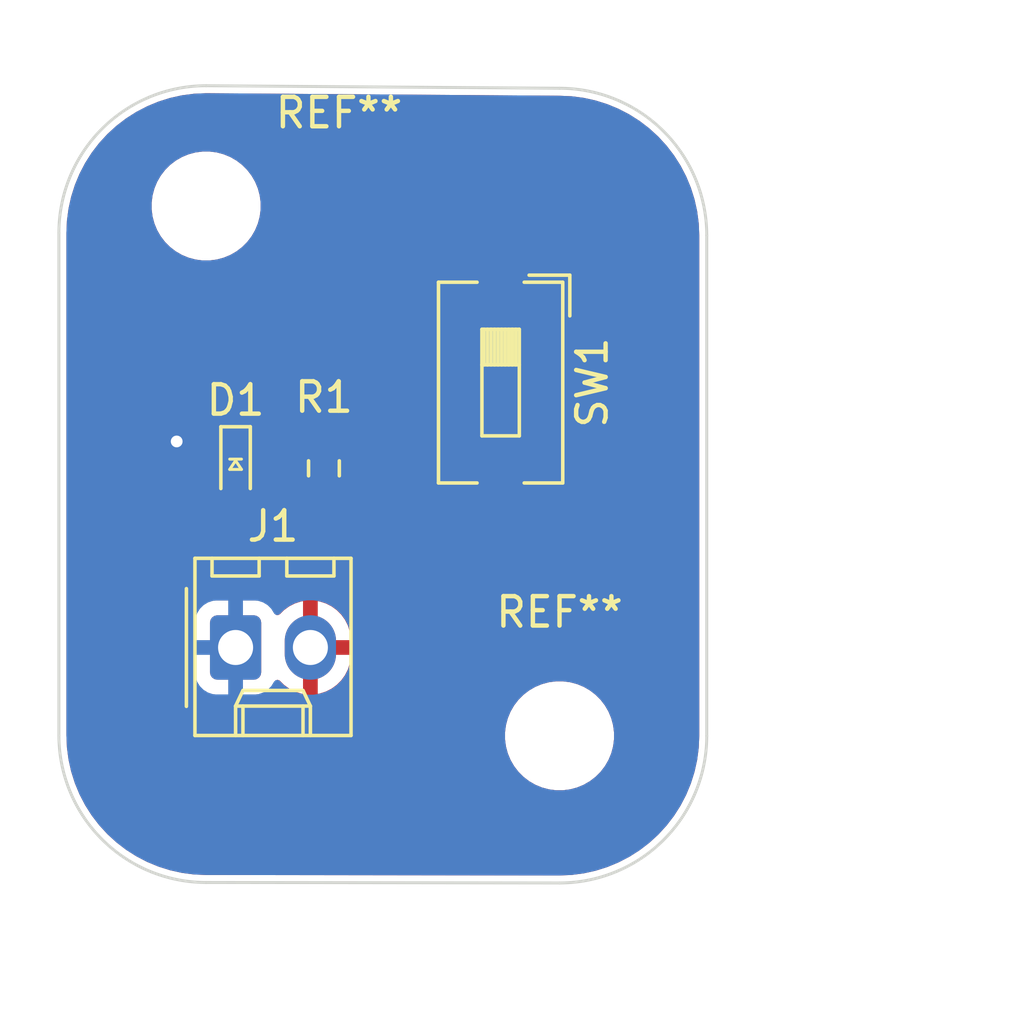
<source format=kicad_pcb>
(kicad_pcb (version 20240108) (generator "pcbnew") (generator_version "8.0")
  (title_block (title "Project 1") (date "2025-09-14") (rev "0.0") (company "Illini Solar Car") (comment 1 "Designed By: Edide Tang"))
  (layers (0 "F.Cu" signal) (31 "B.Cu" signal) (34 "B.Paste" user) (35 "F.Paste" user) (36 "B.SilkS" user "B.Silkscreen") (37 "F.SilkS" user "F.Silkscreen") (38 "B.Mask" user) (39 "F.Mask" user) (44 "Edge.Cuts" user))
  (net 0 "")
  (net 1 "GND")
  (net 2 "Net-(D1-A)")
  (net 3 "+3V3")
  (net 4 "Net-(R1-Pad1)")
  (footprint "Connector_Molex:Molex_KK-254_AE-6410-02A_1x02_P2.54mm_Vertical" (layer "F.Cu") (at 135 116)
    (property "Reference" "J1" (at 1.27 -4.12 360) (layer "F.SilkS"))
    (property "Value" "Conn_01x02" (hide yes))
    (fp_line (start -1.67 -2) (end -1.67 2) (stroke (width 0.12)) (layer "F.SilkS"))
    (fp_line (start -1.38 -3.03) (end -1.38 2.99) (stroke (width 0.12)) (layer "F.SilkS"))
    (fp_line (start -1.38 2.99) (end 3.92 2.99) (stroke (width 0.12)) (layer "F.SilkS"))
    (fp_line (start -0.8 -3.03) (end -0.8 -2.43) (stroke (width 0.12)) (layer "F.SilkS"))
    (fp_line (start -0.8 -2.43) (end 0.8 -2.43) (stroke (width 0.12)) (layer "F.SilkS"))
    (fp_line (start 0 1.99) (end 0.25 1.46) (stroke (width 0.12)) (layer "F.SilkS"))
    (fp_line (start 0 1.99) (end 2.54 1.99) (stroke (width 0.12)) (layer "F.SilkS"))
    (fp_line (start 0 2.99) (end 0 1.99) (stroke (width 0.12)) (layer "F.SilkS"))
    (fp_line (start 0.25 1.46) (end 2.29 1.46) (stroke (width 0.12)) (layer "F.SilkS"))
    (fp_line (start 0.25 2.99) (end 0.25 1.99) (stroke (width 0.12)) (layer "F.SilkS"))
    (fp_line (start 0.8 -2.43) (end 0.8 -3.03) (stroke (width 0.12)) (layer "F.SilkS"))
    (fp_line (start 1.74 -3.03) (end 1.74 -2.43) (stroke (width 0.12)) (layer "F.SilkS"))
    (fp_line (start 1.74 -2.43) (end 3.34 -2.43) (stroke (width 0.12)) (layer "F.SilkS"))
    (fp_line (start 2.29 1.46) (end 2.54 1.99) (stroke (width 0.12)) (layer "F.SilkS"))
    (fp_line (start 2.29 2.99) (end 2.29 1.99) (stroke (width 0.12)) (layer "F.SilkS"))
    (fp_line (start 2.54 1.99) (end 2.54 2.99) (stroke (width 0.12)) (layer "F.SilkS"))
    (fp_line (start 3.34 -2.43) (end 3.34 -3.03) (stroke (width 0.12)) (layer "F.SilkS"))
    (fp_line (start 3.92 -3.03) (end -1.38 -3.03) (stroke (width 0.12)) (layer "F.SilkS"))
    (fp_line (start 3.92 2.99) (end 3.92 -3.03) (stroke (width 0.12)) (layer "F.SilkS"))
    (pad "1" thru_hole roundrect (at 0 0) (size 1.74 2.19) (drill 1.19) (layers "*.Cu" "*.Mask") (roundrect_rratio 0.143678) (net 1 "GND"))
    (pad "2" thru_hole oval (at 2.54 0) (size 1.74 2.19) (drill 1.19) (layers "*.Cu" "*.Mask") (net 3 "+3V3"))
  )
  (footprint "Button_Switch_SMD:SW_DIP_SPSTx01_Slide_6.7x4.1mm_W8.61mm_P2.54mm_LowProfile" (layer "F.Cu") (at 144 107 -90)
    (property "Reference" "SW1" (at 0 -3.11 90) (layer "F.SilkS"))
    (property "Value" "SW_Push" (hide yes))
    (fp_line (start -3.41 2.11) (end 3.41 2.11) (stroke (width 0.12)) (layer "F.SilkS"))
    (fp_line (start -3.41 0.8) (end -3.41 2.11) (stroke (width 0.12)) (layer "F.SilkS"))
    (fp_line (start 3.41 0.8) (end 3.41 2.11) (stroke (width 0.12)) (layer "F.SilkS"))
    (fp_line (start -1.81 0.635) (end 1.81 0.635) (stroke (width 0.12)) (layer "F.SilkS"))
    (fp_line (start 1.81 0.635) (end 1.81 -0.635) (stroke (width 0.12)) (layer "F.SilkS"))
    (fp_line (start -1.81 0.565) (end -0.603333 0.565) (stroke (width 0.12)) (layer "F.SilkS"))
    (fp_line (start -1.81 0.445) (end -0.603333 0.445) (stroke (width 0.12)) (layer "F.SilkS"))
    (fp_line (start -1.81 0.325) (end -0.603333 0.325) (stroke (width 0.12)) (layer "F.SilkS"))
    (fp_line (start -1.81 0.205) (end -0.603333 0.205) (stroke (width 0.12)) (layer "F.SilkS"))
    (fp_line (start -1.81 0.085) (end -0.603333 0.085) (stroke (width 0.12)) (layer "F.SilkS"))
    (fp_line (start -1.81 -0.035) (end -0.603333 -0.035) (stroke (width 0.12)) (layer "F.SilkS"))
    (fp_line (start -1.81 -0.155) (end -0.603333 -0.155) (stroke (width 0.12)) (layer "F.SilkS"))
    (fp_line (start -1.81 -0.275) (end -0.603333 -0.275) (stroke (width 0.12)) (layer "F.SilkS"))
    (fp_line (start -1.81 -0.395) (end -0.603333 -0.395) (stroke (width 0.12)) (layer "F.SilkS"))
    (fp_line (start -1.81 -0.515) (end -0.603333 -0.515) (stroke (width 0.12)) (layer "F.SilkS"))
    (fp_line (start -1.81 -0.635) (end -1.81 0.635) (stroke (width 0.12)) (layer "F.SilkS"))
    (fp_line (start -0.603333 -0.635) (end -0.603333 0.635) (stroke (width 0.12)) (layer "F.SilkS"))
    (fp_line (start 1.81 -0.635) (end -1.81 -0.635) (stroke (width 0.12)) (layer "F.SilkS"))
    (fp_line (start -3.41 -2.11) (end -3.41 -0.8) (stroke (width 0.12)) (layer "F.SilkS"))
    (fp_line (start -3.41 -2.11) (end 3.41 -2.11) (stroke (width 0.12)) (layer "F.SilkS"))
    (fp_line (start 3.41 -2.11) (end 3.41 -0.8) (stroke (width 0.12)) (layer "F.SilkS"))
    (fp_line (start -3.65 -2.35) (end -3.65 -0.967) (stroke (width 0.12)) (layer "F.SilkS"))
    (fp_line (start -3.65 -2.35) (end -2.267 -2.35) (stroke (width 0.12)) (layer "F.SilkS"))
    (pad "1" smd rect (at -4.305 0 270) (size 2.44 1.12) (layers "F.Cu" "F.Paste" "F.Mask") (net 3 "+3V3"))
    (pad "2" smd rect (at 4.305 0 270) (size 2.44 1.12) (layers "F.Cu" "F.Paste" "F.Mask") (net 4 "Net-(R1-Pad1)"))
  )
  (footprint "Resistor_SMD:R_0603_1608Metric_Pad0.98x0.95mm_HandSolder" (layer "F.Cu") (at 138 109.9125 90)
    (property "Reference" "R1" (at 2.4125 0 180) (layer "F.SilkS"))
    (property "Value" "105" (hide yes))
    (fp_line (start -0.254724 -0.5225) (end 0.254724 -0.5225) (stroke (width 0.12)) (layer "F.SilkS"))
    (fp_line (start -0.254724 0.5225) (end 0.254724 0.5225) (stroke (width 0.12)) (layer "F.SilkS"))
    (pad "1" smd roundrect (at -0.9125 0 90) (size 0.975 0.95) (layers "F.Cu" "F.Paste" "F.Mask") (net 4 "Net-(R1-Pad1)"))
    (pad "2" smd roundrect (at 0.9125 0 90) (size 0.975 0.95) (layers "F.Cu" "F.Paste" "F.Mask") (net 2 "Net-(D1-A)"))
  )
  (footprint "layout:LED_0603_Symbol_on_F.SilkS" (layer "F.Cu") (at 135 109.8 -90)
    (property "Reference" "D1" (at -2.2 0 180) (layer "F.SilkS"))
    (property "Value" "LED_GREEN" (hide yes))
    (fp_line (start -1.3 0.5) (end 0.8 0.5) (stroke (width 0.12)) (layer "F.SilkS"))
    (fp_line (start 0.15 0.2) (end -0.15 0) (stroke (width 0.1)) (layer "F.SilkS"))
    (fp_line (start -0.15 0) (end 0.15 -0.2) (stroke (width 0.1)) (layer "F.SilkS"))
    (fp_line (start -0.2 -0.2) (end -0.2 0.2) (stroke (width 0.1)) (layer "F.SilkS"))
    (fp_line (start 0.15 -0.2) (end 0.15 0.2) (stroke (width 0.1)) (layer "F.SilkS"))
    (fp_line (start -1.3 -0.5) (end -1.3 0.5) (stroke (width 0.12)) (layer "F.SilkS"))
    (fp_line (start -1.3 -0.5) (end 0.8 -0.5) (stroke (width 0.12)) (layer "F.SilkS"))
    (pad "1" smd rect (at -0.8 0 90) (size 0.8 0.8) (layers "F.Cu" "F.Paste" "F.Mask") (net 1 "GND"))
    (pad "2" smd rect (at 0.8 0 90) (size 0.8 0.8) (layers "F.Cu" "F.Paste" "F.Mask") (net 2 "Net-(D1-A)"))
  )
  (footprint "MountingHole:MountingHole_3.2mm_M3" (layer "F.Cu") (at 146 119)
    (property "Reference" "REF**" (at 0 -4.2 0) (layer "F.SilkS"))
    (property "Value" "MountingHole_3.2mm_M3" (hide yes))
    (pad "" np_thru_hole circle (at 0 0) (size 3.2 3.2) (drill 3.2) (layers "*.Cu" "*.Mask"))
  )
  (footprint "MountingHole:MountingHole_3.2mm_M3" (layer "F.Cu") (at 134 101)
    (property "Reference" "REF**" (at 4.511547 -3.163374 0) (layer "F.SilkS"))
    (property "Value" "MountingHole_3.2mm_M3" (hide yes))
    (pad "" np_thru_hole circle (at 0 0) (size 3.2 3.2) (drill 3.2) (layers "*.Cu" "*.Mask"))
  )
  (gr_arc (start 134 123.983485) (mid 130.464466 122.519019) (end 129 118.983485) (stroke (width 0.1)) (layer "Edge.Cuts"))
  (gr_arc (start 129 101.913915) (mid 130.464466 98.378381) (end 134 96.913915) (stroke (width 0.1)) (layer "Edge.Cuts"))
  (gr_line (start 134 123.983485) (end 146 124) (stroke (width 0.1)) (layer "Edge.Cuts"))
  (gr_line (start 134 96.913915) (end 146 97) (stroke (width 0.1)) (layer "Edge.Cuts"))
  (gr_line (start 129 101.913915) (end 129 118.983485) (stroke (width 0.1)) (layer "Edge.Cuts"))
  (gr_arc (start 151 119) (mid 149.535534 122.535534) (end 146 124) (stroke (width 0.1)) (layer "Edge.Cuts"))
  (gr_arc (start 146 97) (mid 149.535534 98.464466) (end 151 102) (stroke (width 0.1)) (layer "Edge.Cuts"))
  (gr_line (start 151 119) (end 151 102) (stroke (width 0.1)) (layer "Edge.Cuts"))
  (segment (start 135 109) (end 133 109) (width 0.25) (layer "F.Cu") (net 1))
  (via (at 133 109) (size 0.8) (drill 0.4) (layers "F.Cu" "B.Cu") (net 1))
  (segment (start 138 109) (end 137.217554 109) (width 0.25) (layer "F.Cu") (net 2))
  (segment (start 137.217554 109) (end 136.423281 109.794273) (width 0.25) (layer "F.Cu") (net 2))
  (segment (start 136.423281 110.103434) (end 135.926715 110.6) (width 0.25) (layer "F.Cu") (net 2))
  (segment (start 136.423281 109.794273) (end 136.423281 110.103434) (width 0.25) (layer "F.Cu") (net 2))
  (segment (start 135.926715 110.6) (end 135 110.6) (width 0.25) (layer "F.Cu") (net 2))
  (segment (start 141.305 111.305) (end 140.825 110.825) (width 0.25) (layer "F.Cu") (net 4))
  (segment (start 144 111.305) (end 141.305 111.305) (width 0.25) (layer "F.Cu") (net 4))
  (segment (start 140.825 110.825) (end 138 110.825) (width 0.25) (layer "F.Cu") (net 4))
  (zone (net 3) (net_name "+3V3") (layer "F.Cu") (connect_pads (clearance 0.508)) (min_thickness 0.25) (fill yes (thermal_gap 0.5) (thermal_bridge_width 0.5))
    (polygon (pts (xy 127 96) (xy 153 96) (xy 153 126) (xy 127 126)))
  )
  (zone (net 1) (net_name "GND") (layer "B.Cu") (priority 1) (connect_pads (clearance 0.508)) (min_thickness 0.25) (fill yes (thermal_gap 0.5) (thermal_bridge_width 0.5))
    (polygon (pts (xy 127 96) (xy 153 96) (xy 153 126) (xy 127 126)))
  )
)
</source>
